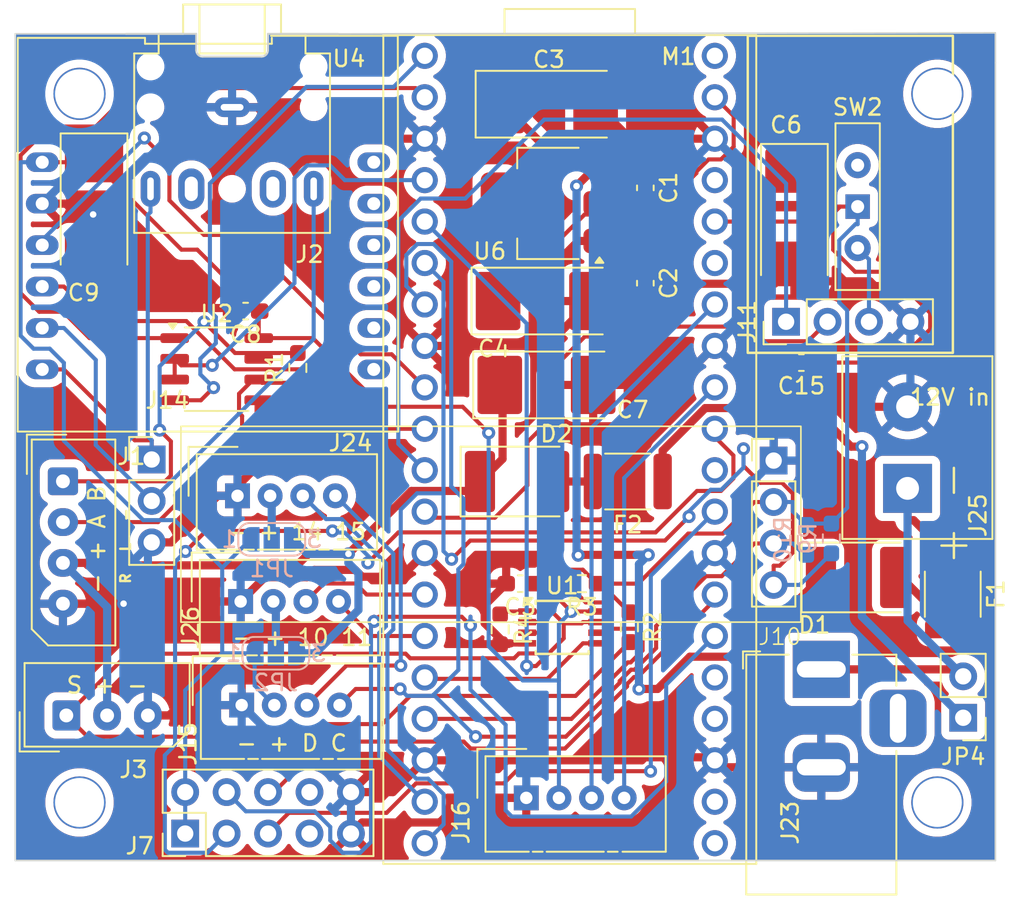
<source format=kicad_pcb>
(kicad_pcb (version 20241229) (generator "pcbnew") (generator_version "9.0")
  (layers (0 "F.Cu" signal) (2 "B.Cu" signal) (13 "F.Paste" user) (15 "B.Paste" user) (5 "F.SilkS" user "F.Silkscreen") (7 "B.SilkS" user "B.Silkscreen") (1 "F.Mask" user) (3 "B.Mask" user) (25 "Edge.Cuts" user))
  (net 0 "")
  (net 1 "+12V")
  (net 2 "GND")
  (net 3 "+5V")
  (net 4 "+3.3V")
  (net 5 "/12Vfused")
  (net 6 "/12Vin")
  (net 7 "/A")
  (net 8 "/B")
  (net 9 "Net-(J14-Pin_2)")
  (net 11 "Net-(J14-Pin_1)")
  (net 12 "Net-(J3-Pin_1)")
  (net 13 "/PWM2")
  (net 14 "/INA1")
  (net 15 "/INA2")
  (net 16 "/INB1")
  (net 17 "/PWM1")
  (net 18 "/INB2")
  (net 19 "/RFRX")
  (net 20 "/RFTX")
  (net 21 "Net-(J11-Pin_3)")
  (net 23 "/AX12RX")
  (net 24 "/RS485TX")
  (net 25 "/RS485RX")
  (net 26 "Net-(J16-Pin_4)")
  (net 27 "/SCL")
  (net 28 "/GP11")
  (net 31 "/AX12TX")
  (net 32 "/A1TX")
  (net 33 "/A1RX")
  (net 34 "/GP14")
  (net 35 "/IN2A")
  (net 37 "/GP10")
  (net 38 "/AX12SR")
  (net 39 "/A2RX")
  (net 40 "/IN2B")
  (net 41 "/A2TX")
  (net 43 "/RS485SR")
  (net 44 "/SDA")
  (net 45 "Net-(J16-Pin_3)")
  (net 46 "/GP15")
  (net 54 "/pwr3")
  (net 55 "/pwr1")
  (net 56 "/pwr2")
  (net 57 "/pwr5")
  (net 58 "/pwr4")
  (footprint "Capacitor_Tantalum_SMD:CP_EIA-7132-20_AVX-U_HandSolder" (layer "F.Cu") (at 96.0575 102.17)
    (property "Reference" "C7")
    (property "Value" "220uF")
  )
  (footprint "Arduino:OLED128x32" (layer "F.Cu") (at 111.652 104.707 180)
    (property "Reference" "J10")
    (property "Value" "OLED")
  )
  (footprint "Resistor_SMD:R_0603_1608Metric_Pad0.98x0.95mm_HandSolder" (layer "F.Cu") (at 101.14 117.02 -90)
    (property "Reference" "R2")
    (property "Value" "10k")
  )
  (footprint "Connector_Molex:Molex_SPOX_5267-03A_1x03_P2.50mm_Vertical" (layer "F.Cu") (at 66.628 122.428)
    (property "Reference" "J3")
    (property "Value" "AX12")
  )
  (footprint "Connector_BarrelJack:BarrelJack_Horizontal" (layer "F.Cu") (at 112.903 119.603 90)
    (property "Reference" "J23")
    (property "Value" "PowerIn")
  )
  (footprint "Connector_PinHeader_2.54mm:PinHeader_1x04_P2.54mm_Vertical" (layer "F.Cu") (at 110.744 98.298 90)
    (property "Reference" "J11")
    (property "Value" "CSRF")
  )
  (footprint "Connector_PinHeader_2.54mm:PinHeader_1x02_P2.54mm_Vertical" (layer "F.Cu") (at 121.6 122.57 180)
    (property "Reference" "JP4")
    (property "Value" "BusPower")
  )
  (footprint "Diode_SMD:D_2114_3652Metric_Pad1.85x3.75mm_HandSolder" (layer "F.Cu") (at 94.255 108.09)
    (property "Reference" "D2")
    (property "Value" "D")
  )
  (footprint "Capacitor_Tantalum_SMD:CP_EIA-7132-20_AVX-U_HandSolder" (layer "F.Cu") (at 96.2075 84.963)
    (property "Reference" "C3")
    (property "Value" "10uF")
  )
  (footprint "Connector:NS-Tech_Grove_1x04_P2mm_Vertical" (layer "F.Cu") (at 77.312 115.443 90)
    (property "Reference" "J26")
    (property "Value" "grove GPIO / waveshare DDSM")
  )
  (footprint "Button_Switch_THT:SW_Slide-03_Wuerth-WS-SLTV_10x2.5x6.4_P2.54mm" (layer "F.Cu") (at 115.13 91.24 90)
    (property "Reference" "SW2")
    (property "Value" "RF on-off")
  )
  (footprint "Resistor_SMD:R_0603_1608Metric_Pad0.98x0.95mm_HandSolder" (layer "F.Cu") (at 80.817 101.127 90)
    (property "Reference" "R1")
    (property "Value" "120R")
  )
  (footprint "fab:MountingHole_3mm" (layer "F.Cu") (at 67.437 127.762)
    (property "Reference" "H3" (hide yes))
    (property "Value" "MountingHole" (hide yes))
  )
  (footprint "Connector:NS-Tech_Grove_1x04_P2mm_Vertical" (layer "F.Cu") (at 77.121 108.966 90)
    (property "Reference" "J24")
    (property "Value" "grove GPIO / waveshare DDSM")
  )
  (footprint "Package_SO:TSSOP-8_3x3mm_P0.65mm" (layer "F.Cu") (at 97.021 117.032)
    (property "Reference" "U1")
    (property "Value" "74LVC2G241")
  )
  (footprint "Resistor_SMD:R_0603_1608Metric_Pad0.98x0.95mm_HandSolder" (layer "F.Cu") (at 93.22 117.15 -90)
    (property "Reference" "R4")
    (property "Value" "10k")
  )
  (footprint "Fuse:Fuse_1812_4532Metric" (layer "F.Cu") (at 101.04 108.09 180)
    (property "Reference" "F2")
    (property "Value" "Polyfuse")
  )
  (footprint "Capacitor_Tantalum_SMD:CP_EIA-7132-28_AVX-C_HandSolder" (layer "F.Cu") (at 95.9535 97.028)
    (property "Reference" "C4")
    (property "Value" "100uF")
  )
  (footprint "Connector_PinHeader_2.54mm:PinHeader_1x03_P2.54mm_Vertical" (layer "F.Cu") (at 71.86 106.74)
    (property "Reference" "J14")
    (property "Value" "lineOut1")
  )
  (footprint "fab:TerminalBlock_OnShore_1x02_P5.00mm_Horizontal" (layer "F.Cu") (at 118.19 108.51 90)
    (property "Reference" "J25")
    (property "Value" "PowerIn")
  )
  (footprint "Fuse:Fuse_1812_4532Metric" (layer "F.Cu") (at 120.96 114.9975 -90)
    (property "Reference" "F1")
    (property "Value" "Polyfuse")
  )
  (footprint "Connector_Molex:Molex_SPOX_5267-04A_1x04_P2.50mm_Vertical" (layer "F.Cu") (at 66.421 108.077 -90)
    (property "Reference" "J1")
    (property "Value" "dynamixel")
  )
  (footprint "Capacitor_SMD:C_0603_1608Metric_Pad1.08x0.95mm_HandSolder" (layer "F.Cu") (at 77.617 97.645 180)
    (property "Reference" "C8")
    (property "Value" "100n")
  )
  (footprint "Package_SO:SO-8_3.9x4.9mm_P1.27mm" (layer "F.Cu") (at 75.845 101.205)
    (property "Reference" "U2")
    (property "Value" "MAX485E")
  )
  (footprint "Connector_Audio:Jack_3.5mm_CUI_SJ1-3525N_Horizontal" (layer "F.Cu") (at 76.788 85.1516 180)
    (property "Reference" "J2")
    (property "Value" "Audio1")
    (fp_line (start 2.2 4.5) (end 6.5 4.5) (stroke (width 0.12)) (layer "Edge.Cuts"))
    (fp_line (start 2.2 3.5) (end 2.2 4.5) (stroke (width 0.12)) (layer "Edge.Cuts"))
    (fp_line (start 1.8 3.1) (end -1.8 3.1) (stroke (width 0.12)) (layer "Edge.Cuts"))
    (fp_line (start -2.2 4.5) (end -6.5 4.5) (stroke (width 0.12)) (layer "Edge.Cuts"))
    (fp_line (start -2.2 3.5) (end -2.2 4.5) (stroke (width 0.12)) (layer "Edge.Cuts"))
    (fp_arc (start 1.8 3.1) (mid 2.082843 3.217157) (end 2.2 3.5) (stroke (width 0.12)) (layer "Edge.Cuts"))
    (fp_arc (start -2.2 3.5) (mid -2.082842 3.217158) (end -1.8 3.1) (stroke (width 0.12)) (layer "Edge.Cuts"))
  )
  (footprint "Capacitor_Tantalum_SMD:CP_EIA-7132-20_AVX-U_HandSolder" (layer "F.Cu") (at 111.252 91.8895 -90)
    (property "Reference" "C6")
    (property "Value" "47uF")
  )
  (footprint "Capacitor_SMD:C_0603_1608Metric_Pad1.08x0.95mm_HandSolder" (layer "F.Cu") (at 94.45 114.35 180)
    (property "Reference" "C5")
    (property "Value" "100n")
  )
  (footprint "fab:MountingHole_3mm" (layer "F.Cu") (at 120.015 84.328)
    (property "Reference" "H1" (hide yes))
    (property "Value" "MountingHole" (hide yes))
  )
  (footprint "Diode_SMD:D_2114_3652Metric_Pad1.85x3.75mm_HandSolder" (layer "F.Cu") (at 115.155 113.97)
    (property "Reference" "D1")
    (property "Value" "D")
  )
  (footprint "fab:MountingHole_3mm" (layer "F.Cu") (at 67.437 84.328)
    (property "Reference" "H4" (hide yes))
    (property "Value" "MountingHole" (hide yes))
  )
  (footprint "fab:RaspberryPi_PicoW_SocketTHT" (layer "F.Cu") (at 97.486 106.128)
    (property "Reference" "M1")
    (property "Value" "Pico")
  )
  (footprint "Connector_PinHeader_2.54mm:PinHeader_2x05_P2.54mm_Vertical" (layer "F.Cu") (at 73.914 129.667 90)
    (property "Reference" "J7")
    (property "Value" "relay1")
  )
  (footprint "Connector:NS-Tech_Grove_1x04_P2mm_Vertical" (layer "F.Cu") (at 94.82 127.48 90)
    (property "Reference" "J16")
    (property "Value" "grove Analog")
  )
  (footprint "Capacitor_Tantalum_SMD:CP_EIA-7132-20_AVX-U_HandSolder" (layer "F.Cu") (at 68.326 91.2445 -90)
    (property "Reference" "C9")
    (property "Value" "47uF")
  )
  (footprint "Capacitor_SMD:C_0603_1608Metric_Pad1.08x0.95mm_HandSolder" (layer "F.Cu") (at 111.68 100.8 180)
    (property "Reference" "C15")
    (property "Value" "100n")
  )
  (footprint "Resistor_SMD:R_0603_1608Metric_Pad0.98x0.95mm_HandSolder" (layer "F.Cu") (at 98.2275 114.35 180)
    (property "Reference" "R3")
    (property "Value" "10k")
  )
  (footprint "Capacitor_SMD:C_0603_1608Metric_Pad1.08x0.95mm_HandSolder" (layer "F.Cu") (at 102.118 90.092 -90)
    (property "Reference" "C1")
    (property "Value" "100n")
  )
  (footprint "Connector:NS-Tech_Grove_1x04_P2mm_Vertical" (layer "F.Cu") (at 77.375 121.793 90)
    (property "Reference" "J15")
    (property "Value" "grove I2C")
  )
  (footprint "fab:MountingHole_3mm" (layer "F.Cu") (at 120.015 127.762)
    (property "Reference" "H2" (hide yes))
    (property "Value" "MountingHole" (hide yes))
  )
  (footprint "Capacitor_SMD:C_0603_1608Metric_Pad1.08x0.95mm_HandSolder" (layer "F.Cu") (at 102.118 95.934 -90)
    (property "Reference" "C2")
    (property "Value" "100n")
  )
  (footprint "Arduino:fermion-mp3" (layer "F.Cu") (at 75.311 94.869 -90)
    (property "Reference" "U4")
    (property "Value" "fermion-mp3")
  )
  (footprint "Package_TO_SOT_SMD:SOT-223-3_TabPin2" (layer "F.Cu") (at 96.174 91.045 180)
    (property "Reference" "U6")
    (property "Value" "LM1117MP-5.0")
  )
  (footprint "Resistor_SMD:R_0603_1608Metric_Pad0.98x0.95mm_HandSolder" (layer "B.Cu") (at 111.99 111.6675 -90)
    (property "Reference" "R10")
    (property "Value" "4k7")
  )
  (footprint "Jumper:SolderJumper-3_P1.3mm_Open_RoundedPad1.0x1.5mm_NumberLabels" (layer "B.Cu") (at 79.472 118.618)
    (property "Reference" "JP2")
    (property "Value" "SolderJumper_3_Open")
  )
  (footprint "Jumper:SolderJumper-3_P1.3mm_Open_RoundedPad1.0x1.5mm_NumberLabels" (layer "B.Cu") (at 79.218 111.633)
    (property "Reference" "JP1")
    (property "Value" "SolderJumper_3_Open")
  )
  (footprint "Resistor_SMD:R_0603_1608Metric_Pad0.98x0.95mm_HandSolder" (layer "B.Cu") (at 113.52 111.58 -90)
    (property "Reference" "R9")
    (property "Value" "4k7")
  )
  (gr_rect (start 108.3945 80.772) (end 120.9675 100.203) (stroke (width 0.15)) (fill no) (layer "F.SilkS"))
  (gr_line (start 63.5 80.65) (end 63.5 80.76) (stroke (width 0.1)) (layer "Edge.Cuts"))
  (gr_line (start 123.571 82.423) (end 123.571 80.645) (stroke (width 0.1)) (layer "Edge.Cuts"))
  (gr_line (start 83.288 80.6516) (end 123.571 80.589938) (stroke (width 0.1)) (layer "Edge.Cuts"))
  (gr_line (start 63.5 131.318) (end 123.571 131.318) (stroke (width 0.1)) (layer "Edge.Cuts"))
  (gr_line (start 123.571 131.318) (end 123.571 82.423) (stroke (width 0.1)) (layer "Edge.Cuts"))
  (gr_line (start 63.5 80.76) (end 63.5 131.318) (stroke (width 0.1)) (layer "Edge.Cuts"))
  (gr_line (start 70.288 80.6516) (end 63.5 80.65) (stroke (width 0.1)) (layer "Edge.Cuts"))
  (gr_text "- + 14 15" (at 76.327 111.76 0) (layer "F.SilkS") (effects (font (size 1 1)) (justify left bottom)))
  (gr_text "12V in\n" (at 118.237 103.505 0) (layer "F.SilkS") (effects (font (size 1 1)) (justify left bottom)))
  (gr_text "- + " (at 120.015 106.68 270) (layer "F.SilkS") (effects (font (size 2 2)) (justify left bottom)))
  (gr_text "- + A B" (at 69.088 115.062 90) (layer "F.SilkS") (effects (font (size 1 1)) (justify left bottom)))
  (gr_text "R   L   -" (at 70.612 114.427 90) (layer "F.SilkS") (effects (font (size 0.6 0.6)) (justify left bottom)))
  (gr_text "- + D C" (at 76.962 124.714 0) (layer "F.SilkS") (effects (font (size 1 1)) (justify left bottom)))
  (gr_text "S + -" (at 66.548 121.158 0) (layer "F.SilkS") (effects (font (size 1 1)) (justify left bottom)))
  (gr_text "- + 10 11" (at 76.708 118.237 0) (layer "F.SilkS") (effects (font (size 1 1)) (justify left bottom)))
  (segment (start 98.0226 112.5855) (end 98.0019 112.6062) (width 0.5) (layer "F.Cu") (net 1))
  (segment (start 102.2963 112.5855) (end 101.5891 112.5855) (width 0.5) (layer "F.Cu") (net 1))
  (segment (start 102.8688 120.8043) (end 101.7248 120.8043) (width 0.5) (layer "F.Cu") (net 1))
  (segment (start 97.127 88.745) (end 93.345 84.963) (width 0.5) (layer "F.Cu") (net 1))
  (segment (start 98.0019 112.6062) (end 98.0226 112.5855) (width 0.5) (layer "F.Cu") (net 1))
  (segment (start 101.5891 112.5855) (end 102.2963 112.5855) (width 0.5) (layer "F.Cu") (net 1))
  (segment (start 98.652 89.2295) (end 97.9011 89.9804) (width 0.5) (layer "F.Cu") (net 1))
  (segment (start 99.8085 89.2295) (end 99.324 88.745) (width 0.5) (layer "F.Cu") (net 1))
  (segment (start 112.88 113.97) (end 108.022 118.828) (width 0.5) (layer "F.Cu") (net 1))
  (segment (start 99.324 88.745) (end 97.127 88.745) (width 0.5) (layer "F.Cu") (net 1))
  (segment (start 100.9633 89.2295) (end 98.652 89.2295) (width 0.5) (layer "F.Cu") (net 1))
  (segment (start 104.8451 118.828) (end 102.8688 120.8043) (width 0.5) (layer "F.Cu") (net 1))
  (segment (start 102.118 89.2295) (end 100.9633 89.2295) (width 0.5) (layer "F.Cu") (net 1))
  (segment (start 108.022 118.828) (end 104.8451 118.828) (width 0.5) (layer "F.Cu") (net 1))
  (segment (start 102.2963 112.5855) (end 98.0226 112.5855) (width 0.5) (layer "F.Cu") (net 1))
  (segment (start 98.0226 112.5855) (end 98.0019 112.6062) (width 0.5) (layer "F.Cu") (net 1))
  (segment (start 100.9633 89.2295) (end 99.8085 89.2295) (width 0.5) (layer "F.Cu") (net 1))
  (via (at 97.9011 89.9804) (size 0.8) (drill 0.4) (layers "F.Cu" "B.Cu") (net 1))
  (via (at 101.7248 120.8043) (size 0.8) (drill 0.4) (layers "F.Cu" "B.Cu") (net 1))
  (via (at 98.0019 112.6062) (size 0.8) (drill 0.4) (layers "F.Cu" "B.Cu") (net 1))
  (via (at 102.2963 112.5855) (size 0.8) (drill 0.4) (layers "F.Cu" "B.Cu") (net 1))
  (segment (start 102.2963 112.5855) (end 101.5891 112.5855) (width 0.5) (layer "B.Cu") (net 1))
  (segment (start 101.7248 120.8043) (end 101.7248 113.157) (width 0.5) (layer "B.Cu") (net 1))
  (segment (start 101.7248 113.157) (end 102.2963 112.5855) (width 0.5) (layer "B.Cu") (net 1))
  (segment (start 97.9011 89.9804) (end 97.9011 112.5054) (width 0.5) (layer "B.Cu") (net 1))
  (segment (start 98.0019 112.6062) (end 98.0226 112.5855) (width 0.5) (layer "B.Cu") (net 1))
  (segment (start 97.9011 112.5054) (end 98.0019 112.6062) (width 0.5) (layer "B.Cu") (net 1))
  (segment (start 98.0226 112.5855) (end 98.0019 112.6062) (width 0.5) (layer "B.Cu") (net 1))
  (segment (start 101.5891 112.5855) (end 102.2963 112.5855) (width 0.5) (layer "B.Cu") (net 1))
  (segment (start 76.5664 97.4569) (end 71.6759 97.4569) (width 0.5) (layer "F.Cu") (net 2))
  (segment (start 77.312 115.443) (end 70.2712 115.443) (width 0.5) (layer "F.Cu") (net 2))
  (segment (start 67.265 91.7213) (end 68.2712 91.7213) (width 0.5) (layer "F.Cu") (net 2))
  (segment (start 87.1463 113.9277) (end 88.596 112.478) (width 0.5) (layer "F.Cu") (net 2))
  (segment (start 78.7999 113.9551) (end 81.3815 113.9551) (width 0.5) (layer "F.Cu") (net 2))
  (segment (start 68.2712 94.0522) (end 68.326 94.107) (width 0.5) (layer "F.Cu") (net 2))
  (segment (start 94.871 118.007) (end 93.9194 118.007) (width 0.3998) (layer "F.Cu") (net 2))
  (segment (start 99.324 93.345) (end 99.324 96.6882) (width 0.5) (layer "F.Cu") (net 2))
  (segment (start 70.1372 115.577) (end 67.7977 115.577) (width 0.5) (layer "F.Cu") (net 2))
  (segment (start 84.074 129.667) (end 84.753 128.988) (width 0.5) (layer "F.Cu") (net 2))
  (segment (start 106.376 87.078) (end 103.056 87.078) (width 0.5) (layer "F.Cu") (net 2))
  (segment (start 78.42 107.0602) (end 78.42 103.11) (width 0.5) (layer "F.Cu") (net 2))
  (segment (start 78.3397 85.1516) (end 80.2661 87.078) (width 0.5) (layer "F.Cu") (net 2))
  (segment (start 92.2714 116.7773) (end 92.2714 115.6661) (width 0.5) (layer "F.Cu") (net 2))
  (segment (start 93.2753 118.0072) (end 93.22 118.0625) (width 0.5) (layer "F.Cu") (net 2))
  (segment (start 103.984 102.17) (end 106.376 99.778) (width 0.5) (layer "F.Cu") (net 2))
  (segment (start 76.788 85.1516) (end 78.3397 85.1516) (width 0.5) (layer "F.Cu") (net 2))
  (segment (start 102.118 96.7965) (end 102.0097 96.6882) (width 0.5) (layer "F.Cu") (net 2))
  (segment (start 93.5013 118.0072) (end 92.2714 116.7773) (width 0.5) (layer "F.Cu") (net 2))
  (segment (start 93.5731 118.0072) (end 93.2753 118.0072) (width 0.5) (layer "F.Cu") (net 2))
  (segment (start 96.066 99.778) (end 98.816 97.028) (width 0.5) (layer "F.Cu") (net 2))
  (segment (start 88.596 125.178) (end 86.647 127.127) (width 0.5) (layer "F.Cu") (net 2))
  (segment (start 107.398 100.8) (end 106.376 99.778) (width 0.5) (layer "F.Cu") (net 2))
  (segment (start 88.596 112.478) (end 90.468 114.35) (width 0.5) (layer "F.Cu") (net 2))
  (segment (start 96.1226 82.0156) (end 92.5793 82.0156) (width 0.5) (layer "F.Cu") (net 2))
  (segment (start 118.364 98.298) (end 115.8855 95.8195) (width 0.5) (layer "F.Cu") (net 2))
  (segment (start 75.9073 108.966) (end 73.0533 111.82) (width 0.5) (layer "F.Cu") (net 2))
  (segment (start 92.5793 82.0156) (end 90.886 83.7089) (width 0.5) (layer "F.Cu") (net 2))
  (segment (start 110.8175 100.8) (end 107.398 100.8) (width 0.5) (layer "F.Cu") (net 2))
  (segment (start 84.3367 113.5069) (end 84.7575 113.9277) (width 0.5) (layer "F.Cu") (net 2))
  (segment (start 81.8297 113.5069) (end 84.3367 113.5069) (width 0.5) (layer "F.Cu") (net 2))
  (segment (start 92.0983 128.988) (end 93.6063 127.48) (width 0.5) (layer "F.Cu") (net 2))
  (segment (start 92.2714 115.6661) (end 93.5875 114.35) (width 0.5) (layer "F.Cu") (net 2))
  (segment (start 76.5142 108.966) (end 78.42 107.0602) (width 0.5) (layer "F.Cu") (net 2))
  (segment (start 102.9465 95.968) (end 102.118 96.7965) (width 0.5) (layer "F.Cu") (net 2))
  (segment (start 86.647 127.127) (end 84.074 127.127) (width 0.5) (layer "F.Cu") (net 2))
  (segment (start 71.6759 97.4569) (end 68.326 94.107) (width 0.5) (layer "F.Cu") (net 2))
  (segment (start 102.0841 124.9928) (end 101.8989 125.178) (width 0.5) (layer "F.Cu") (net 2))
  (segment (start 115.8855 95.8195) (end 112.3195 95.8195) (width 0.5) (layer "F.Cu") (net 2))
  (segment (start 93.9192 118.0072) (end 93.9194 118.007) (width 0.3998) (layer "F.Cu") (net 2))
  (segment (start 90.468 114.35) (end 93.5875 114.35) (width 0.5) (layer "F.Cu") (net 2))
  (segment (start 93.8708 118.0072) (end 93.5731 118.0072) (width 0.5) (layer "F.Cu") (net 2))
  (segment (start 99.324 96.6882) (end 99.1558 96.6882) (width 0.5) (layer "F.Cu") (net 2))
  (segment (start 76.5142 108.966) (end 75.9073 108.966) (width 0.5) (layer "F.Cu") (net 2))
  (segment (start 77.121 108.966) (end 76.5142 108.966) (width 0.5) (layer "F.Cu") (net 2))
  (segment (start 106.1908 124.9928) (end 102.0841 124.9928) (width 0.5) (layer "F.Cu") (net 2))
  (segment (start 81.3815 113.9551) (end 81.8297 113.5069) (width 0.5) (layer "F.Cu") (net 2))
  (segment (start 90.886 84.788) (end 88.596 87.078) (width 0.5) (layer "F.Cu") (net 2))
  (segment (start 106.801 125.603) (end 106.376 125.178) (width 0.5) (layer "F.Cu") (net 2))
  (segment (start 66.421 115.577) (end 67.7977 115.577) (width 0.5) (layer "F.Cu") (net 2))
  (segment (start 68.2712 91.7213) (end 68.2712 94.0522) (width 0.5) (layer "F.Cu") (net 2))
  (segment (start 113.5275 103.51) (end 118.19 103.51) (width 0.5) (layer "F.Cu") (net 2))
  (segment (start 99.1558 96.6882) (end 98.816 97.028) (width 0.5) (layer "F.Cu") (net 2))
  (segment (start 98.92 102.17) (end 103.984 102.17) (width 0.5) (layer "F.Cu") (net 2))
  (segment (start 102.0097 96.6882) (end 99.324 96.6882) (width 0.5) (layer "F.Cu") (net 2))
  (segment (start 73.5647 121.793) (end 72.9297 122.428) (width 0.5) (layer "F.Cu") (net 2))
  (segment (start 99.07 84.963) (end 96.1226 82.0156) (width 0.5) (layer "F.Cu") (net 2))
  (segment (start 110.8175 100.8) (end 113.5275 103.51) (width 0.5) (layer "F.Cu") (net 2))
  (segment (start 112.903 125.603) (end 106.801 125.603) (width 0.5) (layer "F.Cu") (net 2))
  (segment (start 90.886 83.7089) (end 90.886 84.788) (width 0.5) (layer "F.Cu") (net 2))
  (segment (start 84.7575 113.9277) (end 87.1463 113.9277) (width 0.5) (layer "F.Cu") (net 2))
  (segment (start 71.628 122.428) (end 72.9297 122.428) (width 0.5) (layer "F.Cu") (net 2))
  (segment (start 102.118 90.9545) (end 103.056 90.0165) (width 0.5) (layer "F.Cu") (net 2))
  (segment (start 93.5731 118.0072) (end 93.5013 118.0072) (width 0.5) (layer "F.Cu") (net 2))
  (segment (start 103.056 87.078) (end 101.185 87.078) (width 0.5) (layer "F.Cu") (net 2))
  (segment (start 101.8989 125.178) (end 88.596 125.178) (width 0.5) (layer "F.Cu") (net 2))
  (segment (start 94.82 127.48) (end 93.6063 127.48) (width 0.5) (layer "F.Cu") (net 2))
  (segment (start 111.252 94.752) (end 110.036 95.968) (width 0.5) (layer "F.Cu") (net 2))
  (segment (start 65.151 91.059) (end 66.6027 91.059) (width 0.5) (layer "F.Cu") (net 2))
  (segment (start 101.185 87.078) (end 99.07 84.963) (width 0.5) (layer "F.Cu") (net 2))
  (segment (start 80.2661 87.078) (end 88.596 87.078) (width 0.5) (layer "F.Cu") (net 2))
  (segment (start 70.2712 115.443) (end 70.1372 115.577) (width 0.5) (layer "F.Cu") (net 2))
  (segment (start 73.0533 111.82) (end 71.86 111.82) (width 0.5) (layer "F.Cu") (net 2))
  (segment (start 93.8708 118.0072) (end 93.9192 118.0072) (width 0.3998) (layer "F.Cu") (net 2))
  (segment (start 77.312 115.443) (end 78.7999 113.9551) (width 0.5) (layer "F.Cu") (net 2))
  (segment (start 77.375 121.793) (end 73.5647 121.793) (width 0.5) (layer "F.Cu") (net 2))
  (segment (start 88.596 99.778) (end 96.066 99.778) (width 0.5) (layer "F.Cu") (net 2))
  (segment (start 112.3195 95.8195) (end 111.252 94.752) (width 0.5) (layer "F.Cu") (net 2))
  (segment (start 103.056 90.0165) (end 103.056 87.078) (width 0.5) (layer "F.Cu") (net 2))
  (segment (start 106.376 125.178) (end 106.1908 124.9928) (width 0.5) (layer "F.Cu") (net 2))
  (segment (start 66.6027 91.059) (end 67.265 91.7213) (width 0.5) (layer "F.Cu") (net 2))
  (segment (start 76.7545 97.645) (end 76.5664 97.4569) (width 0.5) (layer "F.Cu") (net 2))
  (segment (start 84.753 128.988) (end 92.0983 128.988) (width 0.5) (layer "F.Cu") (net 2))
  (segment (start 110.036 95.968) (end 102.9465 95.968) (width 0.5) (layer "F.Cu") (net 2))
  (via (at 68.2712 91.7213) (size 0.8) (drill 0.4) (layers "F.Cu" "B.Cu") (net 2))
  (via (at 70.1372 115.577) (size 0.8) (drill 0.4) (layers "F.Cu" "B.Cu") (net 2))
  (segment (start 84.074 127.127) (end 80.3665 123.4195) (width 0.5) (layer "B.Cu") (net 2))
  (segment (start 74.765 85.1516) (end 76.788 85.1516) (width 0.5) (layer "B.Cu") (net 2))
  (segment (start 84.074 129.667) (end 84.074 127.127) (width 0.5) (layer "B.Cu") (net 2))
  (segment (start 107.6658 109.1232) (end 107.6658 111.1882) (width 0.5) (layer "B.Cu") (net 2))
  (segment (start 80.3665 123.4195) (end 79.0015 123.4195) (width 0.5) (layer "B.Cu") (net 2))
  (segment (start 107.6658 88.3678) (end 107.6658 98.4882) (width 0.5) (layer "B.Cu") (net 2))
  (segment (start 71.628 115.577) (end 71.628 112.052) (width 0.5) (layer "B.Cu") (net 2))
  (segment (start 109.982 106.807) (end 107.6658 109.1232) (width 0.5) (layer "B.Cu") (net 2))
  (segment (start 118.364 103.336) (end 118.364 98.298) (width 0.5) (layer "B.Cu") (net 2))
  (segment (start 106.376 99.778) (end 109.982 103.384) (width 0.5) (layer "B.Cu") (net 2))
  (segment (start 68.2712 91.7213) (end 68.2712 91.6454) (width 0.5) (layer "B.Cu") (net 2))
  (segment (start 71.628 115.577) (end 70.1372 115.577) (width 0.5) (layer "B.Cu") (net 2))
  (segment (start 118.19 103.51) (end 118.364 103.336) (width 0.5) (layer "B.Cu") (net 2))
  (segment (start 79.0015 123.4195) (end 77.375 121.793) (width 0.5) (layer "B.Cu") (net 2))
  (segment (start 71.628 122.428) (end 71.628 115.577) (width 0.5) (layer "B.Cu") (net 2))
  (segment (start 71.628 112.052) (end 71.86 111.82) (width 0.5) (layer "B.Cu") (net 2))
  (segment (start 107.6658 98.4882) (end 106.376 99.778) (width 0.5) (layer "B.Cu") (net 2))
  (segment (start 109.982 103.384) (end 109.982 106.807) (width 0.5) (layer "B.Cu") (net 2))
  (segment (start 106.376 112.478) (end 107.6376 113.7396) (width 0.5) (layer "B.Cu") (net 2))
  (segment (start 106.376 87.078) (end 107.6658 88.3678) (width 0.5) (layer "B.Cu") (net 2))
  (segment (start 107.6658 111.1882) (end 106.376 112.478) (width 0.5) (layer "B.Cu") (net 2))
  (segment (start 107.6376 113.7396) (end 107.6376 123.9164) (width 0.5) (layer "B.Cu") (net 2))
  (segment (start 68.2712 91.6454) (end 74.765 85.1516) (width 0.5) (layer "B.Cu") (net 2))
  (segment (start 107.6376 123.9164) (end 106.376 125.178) (width 0.5) (layer "B.Cu") (net 2))
  (segment (start 102.2447 92.1907) (end 105.2493 89.1861) (width 0.25) (layer "F.Cu") (net 3))
  (segment (start 102.118 92.1907) (end 99.7882 92.1907) (width 0.25) (layer "F.Cu") (net 3))
  (segment (start 106.7528 88.348) (end 107.5313 87.5695) (width 0.25) (layer "F.Cu") (net 3))
  (segment (start 102.118 92.1907) (end 102.2447 92.1907) (width 0.25) (layer "F.Cu") (net 3))
  (segment (start 93.091 97.028) (end 96.049 94.07) (width 0.25) (layer "F.Cu") (net 3))
  (segment (start 98.3925 91.7265) (end 99.324 91.7265) (width 0.25) (layer "F.Cu") (net 3))
  (segment (start 107.5313 85.6933) (end 106.376 84.538) (width 0.25) (layer "F.Cu") (net 3))
  (segment (start 96.049 94.07) (end 98.3925 91.7265) (width 0.25) (layer "F.Cu") (net 3))
  (segment (start 99.324 91.7265) (end 99.324 91.045) (width 0.25) (layer "F.Cu") (net 3))
  (segment (start 105.2493 89.0928) (end 105.9941 88.348) (width 0.25) (layer "F.Cu") (net 3))
  (segment (start 105.9941 88.348) (end 106.7528 88.348) (width 0.25) (layer "F.Cu") (net 3))
  (segment (start 105.2493 89.1861) (end 105.2493 89.0928) (width 0.25) (layer "F.Cu") (net 3))
  (segment (start 107.5313 87.5695) (end 107.5313 85.6933) (width 0.25) (layer "F.Cu") (net 3))
  (segment (start 99.7882 92.1907) (end 99.324 91.7265) (width 0.25) (layer "F.Cu") (net 3))
  (segment (start 102.118 95.0715) (end 102.118 92.1907) (width 0.25) (layer "F.Cu") (net 3))
  (segment (start 96.049 94.07) (end 93.024 91.045) (width 0.25) (layer "F.Cu") (net 3))
  (segment (start 68.2575 88.4505) (end 73.6868 93.8798) (width 0.25) (layer "F.Cu") (net 4))
  (segment (start 65.151 88.519) (end 68.189 88.519) (width 0.25) (layer "F.Cu") (net 4))
  (segment (start 95.867 114.35) (end 95.3125 114.35) (width 0.25) (layer "F.Cu") (net 4))
  (segment (start 78.42 97.645) (end 78.42 99.3) (width 0.25) (layer "F.Cu") (net 4))
  (segment (start 81.7371 99.3) (end 78.42 99.3) (width 0.25) (layer "F.Cu") (net 4))
  (segment (start 119.5741 98.7549) (end 119.5741 97.757) (width 0.25) (layer "F.Cu") (net 4))
  (segment (start 115.13 91.24) (end 114.0533 91.24) (width 0.25) (layer "F.Cu") (net 4))
  (segment (start 101.14 116.1075) (end 99.3825 114.35) (width 0.25) (layer "F.Cu") (net 4))
  (segment (start 96.1665 113.496) (end 98.286 113.496) (width 0.25) (layer "F.Cu") (net 4))
  (segment (start 106.376 92.158) (end 113.1353 92.158) (width 0.25) (layer "F.Cu") (net 4))
  (segment (start 90.9206 103.5087) (end 85.9458 103.5087) (width 0.25) (layer "F.Cu") (net 4))
  (segment (start 117.529 100.8) (end 119.5741 98.7549) (width 0.25) (layer "F.Cu") (net 4))
  (segment (start 113.465 91.24) (end 114.0533 91.24) (width 0.25) (layer "F.Cu") (net 4))
  (segment (start 111.252 89.027) (end 113.465 91.24) (width 0.25) (layer "F.Cu") (net 4))
  (segment (start 113.6321 92.6548) (end 113.1353 92.158) (width 0.25) (layer "F.Cu") (net 4))
  (segment (start 109.982 109.347) (end 108.8053 109.347) (width 0.25) (layer "F.Cu") (net 4))
  (segment (start 78.42 97.645) (end 78.4795 97.645) (width 0.25) (layer "F.Cu") (net 4))
  (segment (start 68.2575 88.4505) (end 68.326 88.382) (width 0.25) (layer "F.Cu") (net 4))
  (segment (start 73.6868 93.8798) (end 74.6548 93.8798) (width 0.25) (layer "F.Cu") (net 4))
  (segment (start 101.6748 114.35) (end 104.7443 111.2805) (width 0.25) (layer "F.Cu") (net 4))
  (segment (start 114.977 95.234) (end 113.6321 93.8891) (width 0.25) (layer "F.Cu") (net 4))
  (segment (start 92.5143 105.1024) (end 90.9206 103.5087) (width 0.25) (layer "F.Cu") (net 4))
  (segment (start 85.9458 103.5087) (end 81.7371 99.3) (width 0.25) (layer "F.Cu") (net 4))
  (segment (start 68.189 88.519) (end 68.2575 88.4505) (width 0.25) (layer "F.Cu") (net 4))
  (segment (start 104.7443 111.2805) (end 106.8718 111.2805) (width 0.25) (layer "F.Cu") (net 4))
  (segment (start 112.5425 100.8) (end 117.529 100.8) (width 0.25) (layer "F.Cu") (net 4))
  (segment (start 106.8718 111.2805) (end 108.8053 109.347) (width 0.25) (layer "F.Cu") (net 4))
  (segment (start 98.286 113.496) (end 99.14 114.35) (width 0.25) (layer "F.Cu") (net 4))
  (segment (start 95.3125 114.35) (end 96.1665 113.496) (width 0.25) (layer "F.Cu") (net 4))
  (segment (start 97.574 116.057) (end 95.867 114.35) (width 0.25) (layer "F.Cu") (net 4))
  (segment (start 117.0511 95.234) (end 114.977 95.234) (width 0.25) (layer "F.Cu") (net 4))
  (segment (start 113.6321 93.8891) (end 113.6321 92.6548) (width 0.25) (layer "F.Cu") (net 4))
  (segment (start 119.5741 97.757) (end 117.0511 95.234) (width 0.25) (layer "F.Cu") (net 4))
  (segment (start 99.3825 114.35) (end 99.14 114.35) (width 0.25) (layer "F.Cu") (net 4))
  (segment (start 113.1353 92.158) (end 114.0533 91.24) (width 0.25) (layer "F.Cu") (net 4))
  (segment (start 99.171 116.057) (end 97.574 116.057) (width 0.25) (layer "F.Cu") (net 4))
  (segment (start 74.6548 93.8798) (end 78.42 97.645) (width 0.25) (layer "F.Cu") (net 4))
  (segment (start 99.14 114.35) (end 101.6748 114.35) (width 0.25) (layer "F.Cu") (net 4))
  (via (at 97.574 116.057) (size 0.8) (drill 0.4) (layers "F.Cu" "B.Cu") (net 4))
  (via (at 92.5143 105.1024) (size 0.8) (drill 0.4) (layers "F.Cu" "B.Cu") (net 4))
  (segment (start 92.5143 118.1891) (end 92.5143 105.1024) (width 0.25) (layer "B.Cu") (net 4))
  (segment (start 64.6212 99.949) (end 65.6126 99.949) (width 0.25) (layer "B.Cu") (net 4))
  (segment (start 114.0033 93.3088) (end 114.0033 97.1173) (width 0.25) (layer "B.Cu") (net 4))
  (segment (start 76.1829 118.618) (end 78.172 118.618) (width 0.25) (layer "B.Cu") (net 4))
  (segment (start 66.4777 100.8141) (end 66.4777 105.593) (width 0.25) (layer "B.Cu") (net 4))
  (segment (start 96.82 127.48) (end 96.82 120.2843) (width 0.25) (layer "B.Cu") (net 4))
  (segment (start 115.13 91.24) (end 115.13 92.3167) (width 0.25) (layer "B.Cu") (net 4))
  (segment (start 71.3414 110.4567) (end 73.2715 110.4567) (width 0.25) (layer "B.Cu") (net 4))
  (segment (start 113.52 110.6675) (end 112.0775 110.6675) (width 0.25) (layer "B.Cu") (net 4))
  (segment (start 77.918 111.633) (end 76.1829 113.3681) (width 0.25) (layer "B.Cu") (net 4))
  (segment (start 112.0775 110.6675) (end 111.99 110.755) (width 0.25) (layer "B.Cu") (net 4))
  (segment (start 114.4852 109.7023) (end 113.52 110.6675) (width 0.25) (layer "B.Cu") (net 4))
  (segment (start 94.6095 120.2843) (end 92.5143 118.1891) (width 0.25) (layer "B.Cu") (net 4))
  (segment (start 73.914 129.667) (end 73.914 127.127) (width 0.25) (layer "B.Cu") (net 4))
  (segment (start 65.151 88.519) (end 63.8243 88.519) (width 0.25) (layer "B.Cu") (net 4))
  (segment (start 109.982 109.347) (end 111.1587 109.347) (width 0.25) (layer "B.Cu") (net 4))
  (segment (start 63.8243 99.1521) (end 64.6212 99.949) (width 0.25) (layer "B.Cu") (net 4))
  (segment (start 66.4777 105.593) (end 71.3414 110.4567) (width 0.25) (layer "B.Cu") (net 4))
  (segment (start 111.1587 109.347) (end 111.1587 109.9237) (width 0.25) (layer "B.Cu") (net 4))
  (segment (start 73.2715 110.4567) (end 76.1829 113.3681) (width 0.25) (layer "B.Cu") (net 4))
  (segment (start 63.8243 88.519) (end 63.8243 99.1521) (width 0.25) (layer "B.Cu") (net 4))
  (segment (start 96.82 120.2843) (end 96.82 116.811) (width 0.25) (layer "B.Cu") (net 4))
  (segment (start 73.914 127.127) (end 73.914 120.8869) (width 0.25) (layer "B.Cu") (net 4))
  (segment (start 114.4852 97.5992) (end 114.4852 109.7023) (width 0.25) (layer "B.Cu") (net 4))
  (segment (start 115.13 92.3167) (end 114.9954 92.3167) (width 0.25) (layer "B.Cu") (net 4))
  (segment (start 76.1829 113.3681) (end 76.1829 118.618) (width 0.25) (layer "B.Cu") (net 4))
  (segment (start 96.82 116.811) (end 97.574 116.057) (width 0.25) (layer "B.Cu") (net 4))
  (segment (start 96.82 120.2843) (end 94.6095 120.2843) (width 0.25) (layer "B.Cu") (net 4))
  (segment (start 65.6126 99.949) (end 66.4777 100.8141) (width 0.25) (layer "B.Cu") (net 4))
  (segment (start 78.172 120.59) (end 78.172 118.618) (width 0.25) (layer "B.Cu") (net 4))
  (segment (start 111.1587 109.9237) (end 111.99 110.755) (width 0.25) (layer "B.Cu") (net 4))
  (segment (start 79.375 121.793) (end 78.172 120.59) (width 0.25) (layer "B.Cu") (net 4))
  (segment (start 114.9954 92.3167) (end 114.0033 93.3088) (width 0.25) (layer "B.Cu") (net 4))
  (segment (start 114.0033 97.1173) (end 114.4852 97.5992) (width 0.25) (layer "B.Cu") (net 4))
  (segment (start 73.914 120.8869) (end 76.1829 118.618) (width 0.25) (layer "B.Cu") (net 4))
  (segment (start 91.402 108.668) (end 87.7755 108.668) (width 0.5) (layer "F.Cu") (net 5))
  (segment (start 66.421 113.077) (end 67.7977 113.077) (width 0.5) (layer "F.Cu") (net 5))
  (segment (start 67.9497 113.229) (end 80.765 113.229) (width 0.5) (layer "F.Cu") (net 5))
  (segment (start 91.98 108.09) (end 91.402 108.668) (width 0.5) (layer "F.Cu") (net 5))
  (segment (start 91.98 108.09) (end 93.366 106.704) (width 0.5) (layer "F.Cu") (net 5))
  (segment (start 67.7977 113.077) (end 67.9497 113.229) (width 0.5) (layer "F.Cu") (net 5))
  (segment (start 81.4694 112.5246) (end 83.9189 112.5246) (width 0.5) (layer "F.Cu") (net 5))
  (segment (start 93.366 102.341) (end 93.195 102.17) (width 0.5) (layer "F.Cu") (net 5))
  (segment (start 80.765 113.229) (end 81.4694 112.5246) (width 0.5) (layer "F.Cu") (net 5))
  (segment (start 87.7755 108.668) (end 83.9189 112.5246) (width 0.5) (layer "F.Cu") (net 5))
  (segment (start 93.366 106.704) (end 93.366 102.341) (width 0.5) (layer "F.Cu") (net 5))
  (via (at 83.9189 112.5246) (size 0.8) (drill 0.4) (layers "F.Cu" "B.Cu") (net 5))
  (segment (start 69.128 122.428) (end 69.128 115.784) (width 0.5) (layer "B.Cu") (net 5))
  (segment (start 81.8787 118.618) (end 80.772 118.618) (width 0.5) (layer "B.Cu") (net 5))
  (segment (start 84.5334 115.9633) (end 81.8787 118.618) (width 0.5) (layer "B.Cu") (net 5))
  (segment (start 69.128 115.784) (end 66.421 113.077) (width 0.5) (layer "B.Cu") (net 5))
  (segment (start 83.9189 113.0891) (end 84.5334 113.7036) (width 0.5) (layer "B.Cu") (net 5))
  (segment (start 81.4096 112.5246) (end 80.518 111.633) (width 0.5) (layer "B.Cu") (net 5))
  (segment (start 84.5334 113.7036) (end 84.5334 115.9633) (width 0.5) (layer "B.Cu") (net 5))
  (segment (start 83.9189 112.5246) (end 81.4096 112.5246) (width 0.5) (layer "B.Cu") (net 5))
  (segment (start 83.9189 112.5246) (end 83.9189 113.0891) (width 0.5) (layer "B.Cu") (net 5))
  (segment (start 118.19 108.51) (end 118.19 110.4617) (width 0.5) (layer "F.Cu") (net 6))
  (segment (start 121.173 119.603) (end 121.6 120.03) (width 0.5) (layer "F.Cu") (net 6))
  (segment (start 120.96 112.86) (end 118.5617 110.4617) (width 0.5) (layer "F.Cu") (net 6))
  (segment (start 112.903 119.603) (end 121.173 119.603) (width 0.5) (layer "F.Cu") (net 6))
  (segment (start 118.5617 110.4617) (end 118.19 110.4617) (width 0.5) (layer "F.Cu") (net 6))
  (segment (start 121.6 120.03) (end 118.19 116.62) (width 0.5) (layer "B.Cu") (net 6))
  (segment (start 118.19 116.62) (end 118.19 108.51) (width 0.5) (layer "B.Cu") (net 6))
  (segment (start 77.2142 102.7092) (end 78.0834 101.84) (width 0.25) (layer "F.Cu") (net 7))
  (segment (start 77.4013 105.4304) (end 77.4013 104.0769) (width 0.25) (layer "F.Cu") (net 7))
  (segment (start 78.6195 102.0395) (end 78.42 101.84) (width 0.25) (layer "F.Cu") (net 7))
  (segment (start 72.2547 110.577) (end 77.4013 105.4304) (width 0.25) (layer "F.Cu") (net 7))
  (segment (start 77.4013 104.0769) (end 77.2142 103.8898) (width 0.25) (layer "F.Cu") (net 7))
  (segment (start 77.2142 103.8898) (end 77.2142 102.7092) (width 0.25) (layer "F.Cu") (net 7))
  (segment (start 80.817 102.0395) (end 78.6195 102.0395) (width 0.25) (layer "F.Cu") (net 7))
  (segment (start 77.4013 104.0769) (end 77.2142 103.8898) (width 0.25) (layer "F.Cu") (net 7))
  (segment (start 66.421 110.577) (end 72.2547 110.577) (width 0.25) (layer "F.Cu") (net 7))
  (segment (start 78.0834 101.84) (end 78.42 101.84) (width 0.25) (layer "F.Cu") (net 7))
  (segment (start 73.0367 105.6296) (end 72.3475 104.9404) (width 0.25) (layer "F.Cu") (net 8))
  (segment (start 72.6851 108.077) (end 73.0367 107.7254) (width 0.25) (layer "F.Cu") (net 8))
  (segment (start 80.817 100.2145) (end 78.42 100.2145) (width 0.25) (layer "F.Cu") (net 8))
  (segment (start 76.9714 100.2145) (end 75.0655 98.3086) (width 0.25) (layer "F.Cu") (net 8))
  (segment (start 73.0367 107.7254) (end 73.0367 105.6296) (width 0.25) (layer "F.Cu") (net 8))
  (segment (start 78.42 100.57) (end 78.42 100.2145) (width 0.25) (layer "F.Cu") (net 8))
  (segment (start 78.42 100.2145) (end 76.9714 100.2145) (width 0.25) (layer "F.Cu") (net 8))
  (segment (start 66.421 108.077) (end 72.6851 108.077) (width 0.25) (layer "F.Cu") (net 8))
  (via (at 72.3475 104.9404) (size 0.8) (drill 0.4) (layers "F.Cu" "B.Cu") (net 8))
  (via (at 75.0655 98.3086) (size 0.8) (drill 0.4) (layers "F.Cu" "B.Cu") (net 8))
  (segment (start 75.0655 98.3086) (end 72.3475 101.0266) (width 0.25) (layer "B.Cu") (net 8))
  (segment (start 72.3475 101.0266) (end 72.3475 104.9404) (width 0.25) (layer "B.Cu") (net 8))
  (segment (start 81.788 99.352) (end 71.86 109.28) (width 0.25) (layer "B.Cu") (net 9))
  (segment (start 71.86 109.28) (end 68.4329 105.8529) (width 0.25) (layer "B.Cu") (net 9))
  (segment (start 81.788 90.1516) (end 81.788 99.352) (width 0.25) (layer "B.Cu") (net 9))
  (segment (start 65.151 98.679) (end 66.4777 98.679) (width 0.25) (layer "B.Cu") (net 9))
  (segment (start 68.4329 105.8529) (end 68.4329 100.6342) (width 0.25) (layer "B.Cu") (net 9))
  (segment (start 68.4329 100.6342) (end 66.4777 98.679) (width 0.25) (layer "B.Cu") (net 9))
  (segment (start 66.4777 101.219) (end 70.822 105.5633) (width 0.25) (layer "F.Cu") (net 11))
  (segment (start 65.151 101.219) (end 66.4777 101.219) (width 0.25) (layer "F.Cu") (net 11))
  (segment (start 71.86 106.74) (end 71.86 105.5633) (width 0.25) (layer "F.Cu") (net 11))
  (segment (start 70.822 105.5633) (end 71.86 105.5633) (width 0.25) (layer "F.Cu") (net 11))
  (segment (start 71.788 91.5783) (end 71.6208 91.7455) (width 0.25) (layer "B.Cu") (net 11))
  (segment (start 71.788 90.1516) (end 71.788 91.5783) (width 0.25) (layer "B.Cu") (net 11))
  (segment (start 71.86 106.74) (end 71.86 105.5633) (width 0.25) (layer "B.Cu") (net 11))
  (segment (start 71.6208 91.7455) (end 71.6208 105.3241) (width 0.25) (layer "B.Cu") (net 11))
  (segment (start 71.6208 105.3241) (end 71.86 105.5633) (width 0.25) (layer "B.Cu") (net 11))
  (segment (start 70.4121 118.6439) (end 66.628 122.428) (width 0.25) (layer "F.Cu") (net 12))
  (segment (start 97.8413 121.2312) (end 87.7095 121.2312) (width 0.25) (layer "F.Cu") (net 12))
  (segment (start 95.7477 117.3585) (end 95.7477 118.4242) (width 0.25) (layer "F.Cu") (net 12))
  (segment (start 87.7066 118.9242) (end 87.4263 118.6439) (width 0.25) (layer "F.Cu") (net 12))
  (segment (start 95.7477 118.4242) (end 95.5449 118.627) (width 0.25) (layer "F.Cu") (net 12))
  (segment (start 95.196 117.357) (end 95.7462 117.357) (width 0.25) (layer "F.Cu") (net 12))
  (segment (start 95.7477 116.707) (end 95.7477 117.357) (width 0.25) (layer "F.Cu") (net 12))
  (segment (start 82.6573 122.959) (end 81.8861 123.7302) (width 0.25) (layer "F.Cu") (net 12))
  (segment (start 85.9817 122.959) (end 82.6573 122.959) (width 0.25) (layer "F.Cu") (net 12))
  (segment (start 87.4263 118.6439) (end 70.4121 118.6439) (width 0.25) (layer "F.Cu") (net 12))
  (segment (start 67.9302 123.7302) (end 66.628 122.428) (width 0.25) (layer "F.Cu") (net 12))
  (segment (start 94.871 116.707) (end 95.7477 116.707) (width 0.25) (layer "F.Cu") (net 12))
  (segment (start 94.372 118.627) (end 94.0748 118.9242) (width 0.25) (layer "F.Cu") (net 12))
  (segment (start 81.8861 123.7302) (end 67.9302 123.7302) (width 0.25) (layer "F.Cu") (net 12))
  (segment (start 95.7462 117.357) (end 95.7477 117.3585) (width 0.25) (layer "F.Cu") (net 12))
  (segment (start 95.7462 117.357) (end 95.7477 117.357) (width 0.25) (layer "F.Cu") (net 12))
  (segment (start 101.14 117.9325) (end 97.8413 121.2312) (width 0.25) (layer "F.Cu") (net 12))
  (segment (start 95.5449 118.627) (end 94.372 118.627) (width 0.25) (layer "F.Cu") (net 12))
  (segment (start 94.871 117.357) (end 95.196 117.357) (width 0.25) (layer "F.Cu") (net 12))
  (segment (start 87.7095 121.2312) (end 85.9817 122.959) (width 0.25) (layer "F.Cu") (net 12))
  (segment (start 94.0748 118.9242) (end 87.7066 118.9242) (width 0.25) (layer "F.Cu") (net 12))
  (segment (start 90.8663 116.3814) (end 91.4003 116.9154) (width 0.25) (layer "F.Cu") (net 13))
  (segment (start 85.4901 116.6615) (end 85.4901 116.3814) (width 0.25) (layer "F.Cu") (net 13))
  (segment (start 85.4901 116.6615) (end 85.7702 116.3814) (width 0.25) (layer "F.Cu") (net 13))
  (segment (start 91.4003 116.3814) (end 91.4003 116.9154) (width 0.25) (layer "F.Cu") (net 13))
  (segment (start 85.4901 116.3814) (end 85.4901 116.6615) (width 0.25) (layer "F.Cu") (net 13))
  (segment (start 91.4003 116.9154) (end 91.4003 116.3814) (width 0.25) (layer "F.Cu") (net 13))
  (segment (start 85.7702 116.3814) (end 90.8663 116.3814) (width 0.25) (layer "F.Cu") (net 13))
  (via (at 85.4901 116.6615) (size 0.8) (drill 0.4) (layers "F.Cu" "B.Cu") (net 13))
  (via (at 91.4003 116.9154) (size 0.8) (drill 0.4) (layers "F.Cu" "B.Cu") (net 13))
  (segment (start 84.6385 130.8438) (end 85.3011 130.1812) (width 0.25) (layer "B.Cu") (net 13))
  (segment (start 91.4003 116.9154) (end 91.4003 116.3814) (width 0.25) (layer "B.Cu") (net 13))
  (segment (start 91.4003 120.8514) (end 91.4003 116.9154) (width 0.25) (layer "B.Cu") (net 13))
  (segment (start 93.5537 128.2465) (end 93.5537 123.0048) (width 0.25) (layer "B.Cu") (net 13))
  (segment (start 82.804 130.0841) (end 83.5637 130.8438) (width 0.25) (layer "B.Cu") (net 13))
  (segment (start 93.9325 128.6253) (end 93.5537 128.2465) (width 0.25) (layer "B.Cu") (net 13))
  (segment (start 103.3941 120.5399) (end 103.3941 126.4777) (width 0.25) (layer "B.Cu") (net 13))
  (segment (start 101.2465 128.6253) (end 93.9325 128.6253) (width 0.25) (layer "B.Cu") (net 13))
  (segment (start 81.8496 128.3037) (end 82.804 129.2581) (width 0.25) (layer "B.Cu") (net 13))
  (segment (start 82.804 129.2581) (end 82.804 130.0841) (width 0.25) (layer "B.Cu") (net 13))
  (segment (start 91.4003 116.3814) (end 91.4003 116.9154) (width 0.25) (layer "B.Cu") (net 13))
  (segment (start 93.5537 123.0048) (end 91.4003 120.8514) (width 0.25) (layer "B.Cu") (net 13))
  (segment (start 85.4901 116.6615) (end 85.4901 116.3814) (width 0.25) (layer "B.Cu") (net 13))
  (segment (start 103.3941 126.4777) (end 101.2465 128.6253) (width 0.25) (layer "B.Cu") (net 13))
  (segment (start 85.4901 116.3814) (end 85.4901 116.6615) (width 0.25) (layer "B.Cu") (net 13))
  (segment (start 76.454 127.127) (end 77.6307 128.3037) (width 0.25) (layer "B.Cu") (net 13))
  (segment (start 83.5637 130.8438) (end 84.6385 130.8438) (width 0.25) (layer "B.Cu") (net 13))
  (segment (start 77.6307 128.3037) (end 81.8496 128.3037) (width 0.25) (layer "B.Cu") (net 13))
  (segment (start 106.376 117.558) (end 103.3941 120.5399) (width 0.25) (layer "B.Cu") (net 13))
  (segment (start 85.3011 116.8505) (end 85.4901 116.6615) (width 0.25) (layer "B.Cu") (net 13))
  (segment (start 85.3011 130.1812) (end 85.3011 116.8505) (width 0.25) (layer "B.Cu") (net 13))
  (segment (start 102.4515 125.8445) (end 102.4368 125.8445) (width 0.25) (layer "F.Cu") (net 14))
  (segment (start 102.4368 125.8445) (end 102.4515 125.8445) (width 0.25) (layer "F.Cu") (net 14))
  (segment (start 86.2582 128.397) (end 80.264 128.397) (width 0.25) (layer "F.Cu") (net 14))
  (segment (start 88.0639 126.5913) (end 86.2582 128.397) (width 0.25) (layer "F.Cu") (net 14))
  (segment (start 102.4368 125.8445) (end 94.1915 125.8445) (width 0.25) (layer "F.Cu") (net 14))
  (segment (start 93.4447 126.5913) (end 88.0639 126.5913) (width 0.25) (layer "F.Cu") (net 14))
  (segment (start 80.264 128.397) (end 78.994 129.667) (width 0.25) (layer "F.Cu") (net 14))
  (segment (start 94.1915 125.8445) (end 93.4447 126.5913) (width 0.25) (layer "F.Cu") (net 14))
  (via (at 102.4368 125.8445) (size 0.8) (drill 0.4) (layers "F.Cu" "B.Cu") (net 14))
  (segment (start 102.4515 113.8625) (end 106.376 109.938) (width 0.25) (layer "B.Cu") (net 14))
  (segment (start 102.4515 125.8298) (end 102.4515 113.8625) (width 0.25) (layer "B.Cu") (net 14))
  (segment (start 102.4515 125.8445) (end 102.4368 125.8445) (width 0.25) (layer "B.Cu") (net 14))
  (segment (start 102.4368 125.8445) (end 102.4515 125.8445) (width 0.25) (layer "B.Cu") (net 14))
  (segment (start 102.4368 125.8445) (end 102.4515 125.8298) (width 0.25) (layer "B.Cu") (net 14))
  (segment (start 82.4491 124.0309) (end 79.353 127.127) (width 0.25) (layer "F.Cu") (net 16))
  (segment (start 91.4124 124.4567) (end 90.9866 124.0309) (width 0.25) (layer "F.Cu") (net 16))
  (segment (start 100.9981 120.6492) (end 97.1906 124.4567) (width 0.25) (layer "F.Cu") (net 16))
  (segment (start 90.9866 124.0309) (end 82.4491 124.0309) (width 0.25) (layer "F.Cu") (net 16))
  (segment (start 106.376 115.3443) (end 101.6427 120.0776) (width 0.25) (layer "F.Cu") (net 16))
  (segment (start 101.6427 120.0776) (end 101.4239 120.0776) (width 0.25) (layer "F.Cu") (net 16))
  (segment (start 106.376 115.018) (end 106.376 115.3443) (width 0.25) (layer "F.Cu") (net 16))
  (segment (start 97.1906 124.4567) (end 91.4124 124.4567) (width 0.25) (layer "F.Cu") (net 16))
  (segment (start 100.9981 120.5034) (end 100.9981 120.6492) (width 0.25) (layer "F.Cu") (net 16))
  (segment (start 79.353 127.127) (end 78.994 127.127) (width 0.25) (layer "F.Cu") (net 16))
  (segment (start 101.4239 120.0776) (end 100.9981 120.5034) (width 0.25) (layer "F.Cu") (net 16))
  (segment (start 85.1578 113.076) (end 85.1102 113.076) (width 0.25) (layer "F.Cu") (net 17))
  (segment (start 82.9383 111.1192) (end 75.1906 111.1192) (width 0.25) (layer "F.Cu") (net 17))
  (segment (start 107.5145 106.493) (end 107.5145 107.903) (width 0.25) (layer "F.Cu") (net 17))
  (segment (start 106.376 105.3545) (end 107.5145 106.493) (width 0.25) (layer "F.Cu") (net 17))
  (segment (start 86.9782 111.208) (end 85.1102 113.076) (width 0.25) (layer "F.Cu") (net 17))
  (segment (start 75.1906 111.1192) (end 73.9325 112.3773) (width 0.25) (layer "F.Cu") (net 17))
  (segment (start 83.038 111.1192) (end 82.9383 111.1192) (width 0.25) (layer "F.Cu") (net 17))
  (segment (start 106.7495 108.668) (end 105.2852 108.668) (width 0.25) (layer "F.Cu") (net 17))
  (segment (start 106.376 104.858) (end 106.376 105.3545) (width 0.25) (layer "F.Cu") (net 17))
  (segment (start 73.9325 112.3773) (end 74.0101 112.2997) (width 0.25) (layer "F.Cu") (net 17))
  (segment (start 102.7452 111.208) (end 86.9782 111.208) (width 0.25) (layer "F.Cu") (net 17))
  (segment (start 107.5145 107.903) (end 106.7495 108.668) (width 0.25) (layer "F.Cu") (net 17))
  (segment (start 82.9383 111.1192) (end 83.038 111.1192) (width 0.25) (layer "F.Cu") (net 17))
  (segment (start 105.2852 108.668) (end 102.7452 111.208) (width 0.25) (layer "F.Cu") (net 17))
  (segment (start 74.0101 112.2997) (end 73.9325 112.3773) (width 0.25) (layer "F.Cu") (net 17))
  (segment (start 85.1102 113.076) (end 85.1578 113.076) (width 0.25) (layer "F.Cu") (net 17))
  (via (at 73.9325 112.3773) (size 0.8) (drill 0.4) (layers "F.Cu" "B.Cu") (net 17))
  (via (at 82.9383 111.1192) (size 0.8) (drill 0.4) (layers "F.Cu" "B.Cu") (net 17))
  (via (at 85.1102 113.076) (size 0.8) (drill 0.4) (layers "F.Cu" "B.Cu") (net 17))
  (segment (start 83.6964 111.2189) (end 83.038 111.2189) (width 0.25) (layer "B.Cu") (net 17))
  (segment (start 85.1102 113.076) (end 85.3005 113.076) (width 0.25) (layer "B.Cu") (net 17))
  (segment (start 72.6659 130.6529) (end 72.8567 130.8437) (width 0.25) (layer "B.Cu") (net 17))
  (segment (start 73.9325 112.3773) (end 74.0101 112.2997) (width 0.25) (layer "B.Cu") (net 17))
  (segment (start 82.9383 111.1192) (end 83.038 111.1192) (width 0.25) (layer "B.Cu") (net 17))
  (segment (start 72.8567 130.8437) (end 75.2773 130.8437) (width 0.25) (layer "B.Cu") (net 17))
  (segment (start 74.0101 112.2997) (end 73.9325 112.3773) (width 0.25) (layer "B.Cu") (net 17))
  (segment (start 85.3753 112.8978) (end 83.6964 111.2189) (width 0.25) (layer "B.Cu") (net 17))
  (segment (start 85.3005 113.076) (end 85.3753 113.0012) (width 0.25) (layer "B.Cu") (net 17))
  (segment (start 85.1102 113.076) (end 85.1578 113.076) (width 0.25) (layer "B.Cu") (net 17))
  (segment (start 85.1578 113.076) (end 85.1102 113.076) (width 0.25) (layer "B.Cu") (net 17))
  (segment (start 83.038 111.2189) (end 82.9383 111.1192) (width 0.25) (layer "B.Cu") (net 17))
  (segment (start 73.2928 113.017) (end 73.2928 124.2396) (width 0.25) (layer "B.Cu") (net 17))
  (segment (start 83.038 111.1192) (end 82.9383 111.1192) (width 0.25) (layer "B.Cu") (net 17))
  (segment (start 73.2928 124.2396) (end 72.6659 124.8665) (width 0.25) (layer "B.Cu") (net 17))
  (segment (start 75.2773 130.8437) (end 76.454 129.667) (width 0.25) (layer "B.Cu") (net 17))
  (segment (start 85.3753 113.0012) (end 85.3753 112.8978) (width 0.25) (layer "B.Cu") (net 17))
  (segment (start 73.9325 112.3773) (end 73.2928 113.017) (width 0.25) (layer "B.Cu") (net 17))
  (segment (start 72.6659 124.8665) (end 72.6659 130.6529) (width 0.25) (layer "B.Cu") (net 17))
  (segment (start 86.9759 92.1176) (end 86.9759 105.7779) (width 0.25) (layer "B.Cu") (net 19))
  (segment (start 110.744 98.298) (end 110.744 89.83) (width 0.25) (layer "B.Cu") (net 19))
  (segment (start 91.0799 90.7459) (end 88.3476 90.7459) (width 0.25) (layer "B.Cu") (net 19))
  (segment (start 106.8214 85.9074) (end 95.9184 85.9074) (width 0.25) (layer "B.Cu") (net 19))
  (segment (start 110.744 89.83) (end 106.8214 85.9074) (width 0.25) (layer "B.Cu") (net 19))
  (segment (start 88.3476 90.7459) (end 86.9759 92.1176) (width 0.25) (layer "B.Cu") (net 19))
  (segment (start 86.9759 105.7779) (end 88.596 107.398) (width 0.25) (layer "B.Cu") (net 19))
  (segment (start 95.9184 85.9074) (end 91.0799 90.7459) (width 0.25) (layer "B.Cu") (net 19))
  (segment (start 94.8887 108.3186) (end 92.898 110.3093) (width 0.25) (layer "F.Cu") (net 20))
  (segment (start 92.898 110.3093) (end 88.9673 110.3093) (width 0.25) (layer "F.Cu") (net 20))
  (segment (start 103.1806 98.5948) (end 102.5726 99.2028) (width 0.25) (layer "F.Cu") (net 20))
  (segment (start 94.8887 105.6716) (end 94.8887 108.3186) (width 0.25) (layer "F.Cu") (net 20))
  (segment (start 96.0576 101.5564) (end 96.0576 104.5027) (width 0.25) (layer "F.Cu") (net 20))
  (segment (start 102.5726 99.2028) (end 98.4112 99.2028) (width 0.25) (layer "F.Cu") (net 20))
  (segment (start 96.0576 104.5027) (end 94.8887 105.6716) (width 0.25) (layer "F.Cu") (net 20))
  (segment (start 113.284 98.298) (end 112.0926 99.4894) (width 0.25) (layer "F.Cu") (net 20))
  (segment (start 108.2134 98.5948) (end 103.1806 98.5948) (width 0.25) (layer "F.Cu") (net 20))
  (segment (start 109.108 99.4894) (end 108.2134 98.5948) (width 0.25) (layer "F.Cu") (net 20))
  (segment (start 112.0926 99.4894) (end 109.108 99.4894) (width 0.25) (layer "F.Cu") (net 20))
  (segment (start 88.9673 110.3093) (end 88.596 109.938) (width 0.25) (layer "F.Cu") (net 20))
  (segment (start 98.4112 99.2028) (end 96.0576 101.5564) (width 0.25) (layer "F.Cu") (net 20))
  (segment (start 115.13 93.78) (end 115.824 94.474) (width 0.25) (layer "B.Cu") (net 21))
  (segment (start 115.824 94.474) (end 115.824 98.298) (width 0.25) (layer "B.Cu") (net 21))
  (segment (start 98.4672 115.5022) (end 99.8492 115.5022) (width 0.25) (layer "F.Cu") (net 23))
  (segment (start 100.0477 117.1134) (end 101.6327 117.1134) (width 0.25) (layer "F.Cu") (net 23))
  (segment (start 99.171 117.357) (end 100.0477 117.357) (width 0.25) (layer "F.Cu") (net 23))
  (segment (start 100.0477 115.7007) (end 100.0477 117.1134) (width 0.25) (layer "F.Cu") (net 23))
  (segment (start 101.6327 117.1134) (end 101.9486 117.4293) (width 0.25) (layer "F.Cu") (net 23))
  (segment (start 100.0477 117.1134) (end 100.0477 117.357) (width 0.25) (layer "F.Cu") (net 23))
  (segment (start 101.9486 117.4293) (end 101.9486 118.4455) (width 0.25) (layer "F.Cu") (net 23))
  (segment (start 97.315 114.35) (end 98.4672 115.5022) (width 0.25) (layer "F.Cu") (net 23))
  (segment (start 101.0497 119.1742) (end 97.5859 122.638) (width 0.25) (layer "F.Cu") (net 23))
  (segment (start 101.2199 119.1742) (end 101.0497 119.1742) (width 0.25) (layer "F.Cu") (net 23))
  (segment (start 99.8492 115.5022) (end 100.0477 115.7007) (width 0.25) (layer "F.Cu") (net 23))
  (segment (start 101.9486 118.4455) (end 101.2199 119.1742) (width 0.25) (layer "F.Cu") (net 23))
  (segment (start 97.5859 122.638) (end 88.596 122.638) (width 0.25) (layer "F.Cu") (net 23))
  (segment (start 66.4344 97.6861) (end 68.0483 99.3) (width 0.25) (layer "F.Cu") (net 24))
  (segment (start 68.0483 99.3) (end 73.27 99.3) (width 0.25) (layer "F.Cu") (net 24))
  (segment (start 68.4418 86.3317) (end 65.5885 86.3317) (width 0.25) (layer "F.Cu") (net 24))
  (segment (start 63.8243 96.5442) (end 64.9662 97.6861) (width 0.25) (layer "F.Cu") (net 24))
  (segment (start 88.0329 83.9749) (end 70.7986 83.9749) (width 0.25) (layer "F.Cu") (net 24))
  (segment (start 63.8243 88.0959) (end 63.8243 96.5442) (width 0.25) (layer "F.Cu") (net 24))
  (segment (start 88.596 84.538) (end 88.0329 83.9749) (width 0.25) (layer "F.Cu") (net 24))
  (segment (start 64.9662 97.6861) (end 66.4344 97.6861) (width 0.25) (layer "F.Cu") (net 24))
  (segment (start 65.5885 86.3317) (end 63.8243 88.0959) (width 0.25) (layer "F.Cu") (net 24))
  (segment (start 70.7986 83.9749) (end 68.4418 86.3317) (width 0.25) (layer "F.Cu") (net 24))
  (segment (start 74.8771 103.11) (end 73.27 103.11) (width 0.25) (layer "F.Cu") (net 25))
  (segment (start 75.6529 102.3342) (end 74.8771 103.11) (width 0.25) (layer "F.Cu") (net 25))
  (via (at 75.6529 102.3342) (size 0.8) (drill 0.4) (layers "F.Cu" "B.Cu") (net 25))
  (segment (start 75.7922 98.0076) (end 75.428 97.6434) (width 0.25) (layer "B.Cu") (net 25))
  (segment (start 75.6529 102.3342) (end 74.8436 101.5249) (width 0.25) (layer "B.Cu") (net 25))
  (segment (start 74.8436 100.5595) (end 75.7922 99.6109) (width 0.25) (layer "B.Cu") (net 25))
  (segment (start 86.6924 83.9016) (end 88.596 81.998) (width 0.25) (layer "B.Cu") (net 25))
  (segment (start 74.8436 101.5249) (end 74.8436 100.5595) (width 0.25) (layer "B.Cu") (net 25))
  (segment (start 75.428 89.8193) (end 81.3457 83.9016) (width 0.25) (layer "B.Cu") (net 25))
  (segment (start 81.3457 83.9016) (end 86.6924 83.9016) (width 0.25) (layer "B.Cu") (net 25))
  (segment (start 75.7922 99.6109) (end 75.7922 98.0076) (width 0.25) (layer "B.Cu") (net 25))
  (segment (start 75.428 97.6434) (end 75.428 89.8193) (width 0.25) (layer "B.Cu") (net 25))
  (segment (start 106.376 102.318) (end 100.82 107.874) (width 0.25) (layer "B.Cu") (net 26))
  (segment (start 100.82 107.874) (end 100.82 127.48) (width 0.25) (layer "B.Cu") (net 26))
  (segment (start 101.4555 119.6259) (end 101.2368 119.6259) (width 0.25) (layer "F.Cu") (net 27))
  (segment (start 108.8053 111.887) (end 106.801 113.8913) (width 0.25) (layer "F.Cu") (net 27))
  (segment (start 100.5464 120.4256) (end 97.242 123.73) (width 0.25) (layer "F.Cu") (net 27))
  (segment (start 101.2368 119.6259) (end 100.5464 120.3163) (width 0.25) (layer "F.Cu") (net 27))
  (segment (start 105.8356 113.8913) (end 102.7788 116.9481) (width 0.25) (layer "F.Cu") (net 27))
  (segment (start 100.5464 120.3163) (end 100.5464 120.4256) (width 0.25) (layer "F.Cu") (net 27))
  (segment (start 87.088 120.8043) (end 84.3637 120.8043) (width 0.25) (layer "F.Cu") (net 27))
  (segment (start 109.982 111.887) (end 108.8053 111.887) (width 0.25) (layer "F.Cu") (net 27))
  (segment (start 84.3637 120.8043) (end 83.375 121.793) (width 0.25) (layer "F.Cu") (net 27))
  (segment (start 106.801 113.8913) (end 105.8356 113.8913) (width 0.25) (layer "F.Cu") (net 27))
  (segment (start 102.7788 116.9481) (end 102.7788 118.3026) (width 0.25) (layer "F.Cu") (net 27))
  (segment (start 102.7788 118.3026) (end 101.4555 119.6259) (width 0.25) (layer "F.Cu") (net 27))
  (segment (start 97.242 123.73) (end 91.7133 123.73) (width 0.25) (layer "F.Cu") (net 27))
  (via (at 87.088 120.8043) (size 0.8) (drill 0.4) (layers "F.Cu" "B.Cu") (net 27))
  (via (at 91.7133 123.73) (size 0.8) (drill 0.4) (layers "F.Cu" "B.Cu") (net 27))
  (segment (start 87.5084 121.2247) (end 87.088 120.8043) (width 0.25) (layer "B.Cu") (net 27))
  (segment (start 90.9683 113.1547) (end 90.9683 109.1484) (width 0.25) (layer "B.Cu") (net 27))
  (segment (start 90.406 108.5861) (end 90.2189 108.399) (width 0.25) (layer "B.Cu") (net 27))
  (segment (start 89.1413 93.5337) (end 88.1431 93.5337) (width 0.25) (layer "B.Cu") (net 27))
  (segment (start 90.9683 109.1484) (end 90.406 108.5861) (width 0.25) (layer "B.Cu") (net 27))
  (segment (start 109.982 111.887) (end 111.1587 111.887) (width 0.25) (layer "B.Cu") (net 27))
  (segment (start 89.1404 121.1571) (end 90.6541 119.6434) (width 0.25) (layer "B.Cu") (net 27))
  (segment (start 89.1404 121.1571) (end 91.7133 123.73) (width 0.25) (layer "B.Cu") (net 27))
  (segment (start 87.4656 94.2112) (end 87.4656 96.1076) (width 0.25) (layer "B.Cu") (net 27))
  (segment (start 90.2189 94.6113) (end 89.1413 93.5337) (width 0.25) (layer "B.Cu") (net 27))
  (segment (start 111.99 112.58) (end 111.8517 112.58) (width 0.25) (layer "B.Cu") (net 27))
  (segment (start 90.406 108.5861) (end 90.2189 108.399) (width 0.25) (layer "B.Cu") (net 27))
  (segment (start 90.2189 108.399) (end 90.2189 94.6113) (width 0.25) (layer "B.Cu") (net 27))
  (segment (start 88.1431 93.5337) (end 87.4656 94.2112) (width 0.25) (layer "B.Cu") (net 27))
  (segment (start 89.1404 121.1571) (end 89.0728 121.2247) (width 0.25) (layer "B.Cu") (net 27))
  (segment (start 90.6541 113.4689) (end 90.9683 113.1547) (width 0.25) (layer "B.Cu") (net 27))
  (segment (start 89.0728 121.2247) (end 87.5084 121.2247) (width 0.25) (layer "B.Cu") (net 27))
  (segment (start 87.4656 96.1076) (end 88.596 97.238) (width 0.25) (layer "B.Cu") (net 27))
  (segment (start 90.6541 119.6434) (end 90.6541 113.4689) (width 0.25) (layer "B.Cu") (net 27))
  (segment (start 111.8517 112.58) (end 111.1587 111.887) (width 0.25) (layer "B.Cu") (net 27))
  (segment (start 83.312 115.443) (end 83.312 115.511) (width 0.25) (layer "F.Cu") (net 28))
  (segment (start 85.359 117.558) (end 88.596 117.558) (width 0.25) (layer "F.Cu") (net 28))
  (segment (start 83.312 115.511) (end 85.359 117.558) (width 0.25) (layer "F.Cu") (net 28))
  (segment (start 96.1163 120.185) (end 88.683 120.185) (width 0.25) (layer "F.Cu") (net 31))
  (segment (start 99.171 118.007) (end 98.2943 118.007) (width 0.25) (layer "F.Cu") (net 31))
  (segment (start 88.683 120.185) (end 88.596 120.098) (width 0.25) (layer "F.Cu") (net 31))
  (segment (start 98.2943 118.007) (end 96.1163 120.185) (width 0.25) (layer "F.Cu") (net 31))
  (segment (start 65.151 96.139) (end 66.4777 96.139) (width 0.25) (layer "F.Cu") (net 32))
  (segment (start 76.942 101.2127) (end 82.2464 101.2127) (width 0.25) (layer "F.Cu") (net 32))
  (segment (start 85.8917 104.858) (end 88.596 104.858) (width 0.25) (layer "F.Cu") (net 32))
  (segment (start 68.5932 98.2545) (end 73.9838 98.2545) (width 0.25) (layer "F.Cu") (net 32))
  (segment (start 66.4777 96.139) (end 68.5932 98.2545) (width 0.25) (layer "F.Cu") (net 32))
  (segment (start 73.9838 98.2545) (end 76.942 101.2127) (width 0.25) (layer "F.Cu") (net 32))
  (segment (start 82.2464 101.2127) (end 85.8917 104.858) (width 0.25) (layer "F.Cu") (net 32))
  (segment (start 84.6713 100.2923) (end 77.3548 92.9758) (width 0.25) (layer "F.Cu") (net 33))
  (segment (start 75.0643 92.9758) (end 72.9462 90.8577) (width 0.25) (layer "F.Cu") (net 33))
  (segment (start 72.9462 88.5736) (end 71.4099 87.0373) (width 0.25) (layer "F.Cu") (net 33))
  (segment (start 88.596 102.318) (end 86.5703 100.2923) (width 0.25) (layer "F.Cu") (net 33))
  (segment (start 86.5703 100.2923) (end 84.6713 100.2923) (width 0.25) (layer "F.Cu") (net 33))
  (segment (start 77.3548 92.9758) (end 75.0643 92.9758) (width 0.25) (layer "F.Cu") (net 33))
  (segment (start 72.9462 90.8577) (end 72.9462 88.5736) (width 0.25) (layer "F.Cu") (net 33))
  (via (at 71.4099 87.0373) (size 0.8) (drill 0.4) (layers "F.Cu" "B.Cu") (net 33))
  (segment (start 65.151 93.2962) (end 65.151 93.599) (width 0.25) (layer "B.Cu") (net 33))
  (segment (start 71.4099 87.0373) (end 65.151 93.2962) (width 0.25) (layer "B.Cu") (net 33))
  (segment (start 86.2168 113.1005) (end 83.5088 110.3925) (width 0.25) (layer "B.Cu") (net 34))
  (segment (start 88.596 127.718) (end 85.8031 124.9251) (width 0.25) (layer "B.Cu") (net 34))
  (segment (start 86.2168 116.9625) (end 86.2168 113.1005) (width 0.25) (layer "B.Cu") (net 34))
  (segment (start 82.5475 110.3925) (end 81.121 108.966) (width 0.25) (layer "B.Cu") (net 34))
  (segment (start 83.5088 110.3925) (end 82.5475 110.3925) (width 0.25) (layer "B.Cu") (net 34))
  (segment (start 85.8031 124.9251) (end 85.8031 117.3762) (width 0.25) (layer "B.Cu") (net 34))
  (segment (start 85.8031 117.3762) (end 86.2168 116.9625) (width 0.25) (layer "B.Cu") (net 34))
  (segment (start 81.312 115.443) (end 82.414 114.341) (width 0.25) (layer "F.Cu") (net 37))
  (segment (start 82.414 114.341) (end 84.3552 114.341) (width 0.25) (layer "F.Cu") (net 37))
  (segment (start 84.3552 114.341) (end 85.0322 115.018) (width 0.25) (layer "F.Cu") (net 37))
  (segment (start 85.0322 115.018) (end 88.596 115.018) (width 0.25) (layer "F.Cu") (net 37))
  (segment (start 97.114 116.7856) (end 97.114 117.7048) (width 0.25) (layer "F.Cu") (net 38))
  (segment (start 99.171 116.707) (end 98.2943 116.707) (width 0.25) (layer "F.Cu") (net 38))
  (segment (start 97.114 116.7856) (end 98.2157 116.7856) (width 0.25) (layer "F.Cu") (net 38))
  (segment (start 98.2157 116.7856) (end 98.2943 116.707) (width 0.25) (layer "F.Cu") (net 38))
  (segment (start 95.4179 119.4009) (end 94.8436 119.4009) (width 0.25) (layer "F.Cu") (net 38))
  (segment (start 94.871 116.057) (end 96.3854 116.057) (width 0.25) (layer "F.Cu") (net 38))
  (segment (start 97.114 117.7048) (end 95.4179 119.4009) (width 0.25) (layer "F.Cu") (net 38))
  (segment (start 96.3854 116.057) (end 97.114 116.7856) (width 0.25) (layer "F.Cu") (net 38))
  (segment (start 93.4005 116.057) (end 94.871 116.057) (width 0.25) (layer "F.Cu") (net 38))
  (segment (start 93.22 116.2375) (end 93.4005 116.057) (width 0.25) (layer "F.Cu") (net 38))
  (via (at 94.8436 119.4009) (size 0.8) (drill 0.4) (layers "F.Cu" "B.Cu") (net 38))
  (segment (start 94.8436 119.8324) (end 94.8436 119.4009) (width 0.25) (layer "B.Cu") (net 38))
  (segment (start 94.8436 119.8324) (end 94.8436 98.4056) (width 0.25) (layer "B.Cu") (net 38))
  (segment (start 94.8436 98.4056) (end 88.596 92.158) (width 0.25) (layer "B.Cu") (net 38))
  (segment (start 73.6676 100.9676) (end 73.27 100.57) (width 0.25) (layer "F.Cu") (net 43))
  (segment (start 73.27 100.57) (end 73.27 101.84) (width 0.25) (layer "F.Cu") (net 43))
  (segment (start 75.571 100.9676) (end 73.6676 100.9676) (width 0.25) (layer "F.Cu") (net 43))
  (via (at 75.571 100.9676) (size 0.8) (drill 0.4) (layers "F.Cu" "B.Cu") (net 43))
  (segment (start 88.596 89.618) (end 83.6971 89.618) (width 0.25) (layer "B.Cu") (net 43))
  (segment (start 80.6119 89.4912) (end 80.6119 95.9267) (width 0.25) (layer "B.Cu") (net 43))
  (segment (start 82.7902 88.7111) (end 81.392 88.7111) (width 0.25) (layer "B.Cu") (net 43))
  (segment (start 83.6971 89.618) (end 82.7902 88.7111) (width 0.25) (layer "B.Cu") (net 43))
  (segment (start 80.6119 95.9267) (end 75.571 100.9676) (width 0.25) (layer "B.Cu") (net 43))
  (segment (start 81.392 88.7111) (end 80.6119 89.4912) (width 0.25) (layer "B.Cu") (net 43))
  (segment (start 108.134 107.1334) (end 108.134 106.0849) (width 0.25) (layer "F.Cu") (net 44))
  (segment (start 111.1587 112.4414) (end 111.1587 108.8327) (width 0.25) (layer "F.Cu") (net 44))
  (segment (start 104.518 110.5117) (end 104.7942 110.2355) (width 0.25) (layer "F.Cu") (net 44))
  (segment (start 109.982 114.427) (end 109.982 113.2503) (width 0.25) (layer "F.Cu") (net 44))
  (segment (start 111.1587 108.8327) (end 110.4963 108.1703) (width 0.25) (layer "F.Cu") (net 44))
  (segment (start 104.7942 110.2355) (end 104.518 110.5117) (width 0.25) (layer "F.Cu") (net 44))
  (segment (start 110.4963 108.1703) (end 109.1709 108.1703) (width 0.25) (layer "F.Cu") (net 44))
  (segment (start 110.3498 113.2503) (end 111.1587 112.4414) (width 0.25) (layer "F.Cu") (net 44))
  (segment (start 109.982 113.2503) (end 110.3498 113.2503) (width 0.25) (layer "F.Cu") (net 44))
  (segment (start 104.7942 110.2355) (end 103.321 111.7087) (width 0.25) (layer "F.Cu") (net 44))
  (segment (start 83.7974 119.3706) (end 87.1253 119.3706) (width 0.25) (layer "F.Cu") (net 44))
  (segment (start 81.375 121.793) (end 83.7974 119.3706) (width 0.25) (layer "F.Cu") (net 44))
  (segment (start 109.1709 108.1703) (end 108.134 107.1334) (width 0.25) (layer "F.Cu") (net 44))
  (segment (start 91.3866 111.7087) (end 90.2416 112.8537) (width 0.25) (layer "F.Cu") (net 44))
  (segment (start 103.321 111.7087) (end 91.3866 111.7087) (width 0.25) (layer "F.Cu") (net 44))
  (via (at 104.7942 110.2355) (size 0.8) (drill 0.4) (layers "F.Cu" "B.Cu") (net 44))
  (via (at 90.2416 112.8537) (size 0.8) (drill 0.4) (layers "F.Cu" "B.Cu") (net 44))
  (via (at 87.1253 119.3706) (size 0.8) (drill 0.4) (layers "F.Cu" "B.Cu") (net 44))
  (via (at 108.134 106.0849) (size 0.8) (drill 0.4) (layers "F.Cu" "B.Cu") (net 44))
  (segment (start 111.5855 114.427) (end 113.52 112.4925) (width 0.25) (layer "B.Cu") (net 44))
  (segment (start 89.7442 95.8462) (end 89.7442 108.8109) (width 0.25) (layer "B.Cu") (net 44))
  (segment (start 89.7442 112.3563) (end 89.7442 108.8109) (width 0.25) (layer "B.Cu") (net 44))
  (segment (start 88.1257 108.8109) (end 89.7442 108.8109) (width 0.25) (layer "B.Cu") (net 44))
  (segment (start 90.2416 112.8537) (end 89.7442 112.3563) (width 0.25) (layer "B.Cu") (net 44))
  (segment (start 108.134 106.0849) (end 108.134 107.2335) (width 0.25) (layer "B.Cu") (net 44))
  (segment (start 87.1253 109.8113) (end 88.1257 108.8109) (width 0.25) (layer "B.Cu") (net 44))
  (segment (start 104.7942 109.9216) (end 104.7942 110.2355) (width 0.25) (layer "B.Cu") (net 44))
  (segment (start 104.518 110.5117) (end 104.7942 110.2355) (width 0.25) (layer "B.Cu") (net 44))
  (segment (start 108.134 107.2335) (end 106.772 108.5955) (width 0.25) (layer "B.Cu") (net 44))
  (segment (start 87.1253 119.3706) (end 87.1253 109.8113) (width 0.25) (layer "B.Cu") (net 44))
  (segment (start 88.596 94.698) (end 89.7442 95.8462) (width 0.25) (layer "B.Cu") (net 44))
  (segment (start 106.1203 108.5955) (end 104.7942 109.9216) (width 0.25) (layer "B.Cu") (net 44))
  (segment (start 109.982 114.427) (end 111.5855 114.427) (width 0.25) (layer "B.Cu") (net 44))
  (segment (start 104.7942 110.2355) (end 104.518 110.5117) (width 0.25) (layer "B.Cu") (net 44))
  (segment (start 106.772 108.5955) (end 106.1203 108.5955) (width 0.25) (layer "B.Cu") (net 44))
  (segment (start 98.82 104.794) (end 106.376 97.238) (width 0.25) (layer "B.Cu") (net 45))
  (segment (start 98.82 127.48) (end 98.82 104.794) (width 0.25) (layer "B.Cu") (net 45))
  (segment (start 86.6685 117.1496) (end 86.6685 112.5135) (width 0.25) (layer "B.Cu") (net 46))
  (segment (start 86.3088 117.5093) (end 86.6685 117.1496) (width 0.25) (layer "B.Cu") (net 46))
  (segment (start 88.596 130.258) (end 89.7554 129.0986) (width 0.25) (layer "B.Cu") (net 46))
  (segment (start 86.3088 124.5343) (end 86.3088 117.5093) (width 0.25) (layer "B.Cu") (net 46))
  (segment (start 89.7554 127.2546) (end 88.8055 126.3047) (width 0.25) (layer "B.Cu") (net 46))
  (segment (start 89.7554 129.0986) (end 89.7554 127.2546) (width 0.25) (layer "B.Cu") (net 46))
  (segment (start 88.0792 126.3047) (end 86.3088 124.5343) (width 0.25) (layer "B.Cu") (net 46))
  (segment (start 88.8055 126.3047) (end 88.0792 126.3047) (width 0.25) (layer "B.Cu") (net 46))
  (segment (start 86.6685 112.5135) (end 83.121 108.966) (width 0.25) (layer "B.Cu") (net 46))
  (segment (start 117.43 113.97) (end 117.795 113.97) (width 0.5) (layer "F.Cu") (net 54))
  (segment (start 117.795 113.97) (end 120.96 117.135) (width 0.5) (layer "F.Cu") (net 54))
  (segment (start 96.53 108.09) (end 98.9025 108.09) (width 0.5) (layer "F.Cu") (net 55))
  (segment (start 112.3652 103.588) (end 114.7307 105.9535) (width 0.5) (layer "F.Cu") (net 56))
  (segment (start 105.7928 103.588) (end 112.3652 103.588) (width 0.5) (layer "F.Cu") (net 56))
  (segment (start 103.1775 106.2033) (end 105.7928 103.588) (width 0.5) (layer "F.Cu") (net 56))
  (segment (start 114.7307 105.9535) (end 115.3925 105.9535) (width 0.5) (layer "F.Cu") (net 56))
  (segment (start 103.1775 108.09) (end 103.1775 106.2033) (width 0.5) (layer "F.Cu") (net 56))
  (via (at 115.3925 105.9535) (size 0.8) (drill 0.4) (layers "F.Cu" "B.Cu") (net 56))
  (segment (start 115.3925 116.3625) (end 115.3925 105.9535) (width 0.5) (layer "B.Cu") (net 56))
  (segment (start 121.6 122.57) (end 115.3925 116.3625) (width 0.5) (layer "B.Cu") (net 56))
  (segment (start 79.121 108.966) (end 79.218 109.063) (width 0.5) (layer "B.Cu") (net 57))
  (segment (start 79.218 109.063) (end 79.218 111.633) (width 0.5) (layer "B.Cu") (net 57))
  (segment (start 79.472 115.603) (end 79.312 115.443) (width 0.5) (layer "B.Cu") (net 58))
  (segment (start 79.472 118.618) (end 79.472 115.603) (width 0.5) (layer "B.Cu") (net 58))
  (zone (net 2) (net_name "GND") (layers "F.Cu" "B.Cu") (connect_pads (clearance 0.5)) (min_thickness 0.25) (fill yes (thermal_gap 0.5) (thermal_bridge_width 0.5))
    (polygon (pts (xy 63.5 80.6) (xy 123.6 80.6) (xy 123.6 131.3) (xy 63.5 131.3)))
  )
)
</source>
